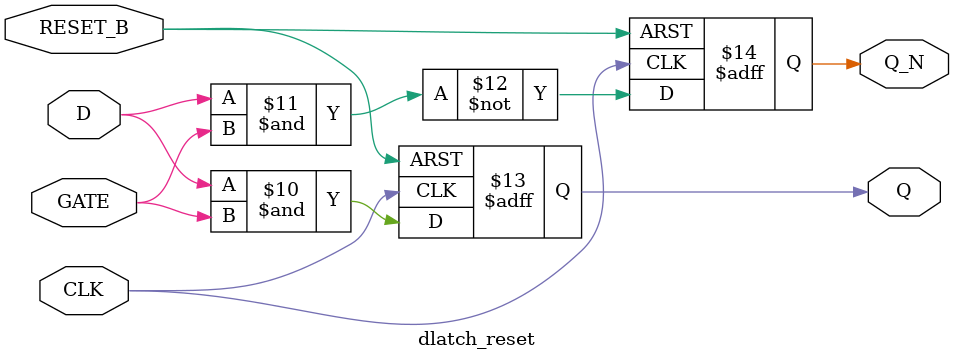
<source format=v>
module dlatch_reset (
    input D,
    input RESET_B,
    input GATE,
    input CLK,
    output Q,
    output Q_N
);

    wire AND1_out;
    wire AND2_out;
    wire OR1_out;
    wire NOT1_out;
    wire NOT2_out;

    // AND1 gate for GATE and CLK
    assign AND1_out = GATE & CLK;

    // AND2 gate for NOT GATE and CLK
    assign AND2_out = ~GATE & CLK;

    // OR1 gate for AND1_out and NOT RESET_B
    assign OR1_out = AND1_out | ~RESET_B;

    // NOT1 gate for OR1_out
    assign NOT1_out = ~OR1_out;

    // NOT2 gate for AND2_out
    assign NOT2_out = ~AND2_out;

    // D-latch with reset behavior
    reg Q;
    reg Q_N;
  
    always @(posedge CLK or negedge RESET_B)
    begin
        if (~RESET_B)
        begin
            Q <= 1'b0;
            Q_N <= 1'b1;
        end
        else
        begin
            Q <= D & GATE;
            Q_N <= ~(D & GATE);
        end
    end

endmodule
</source>
